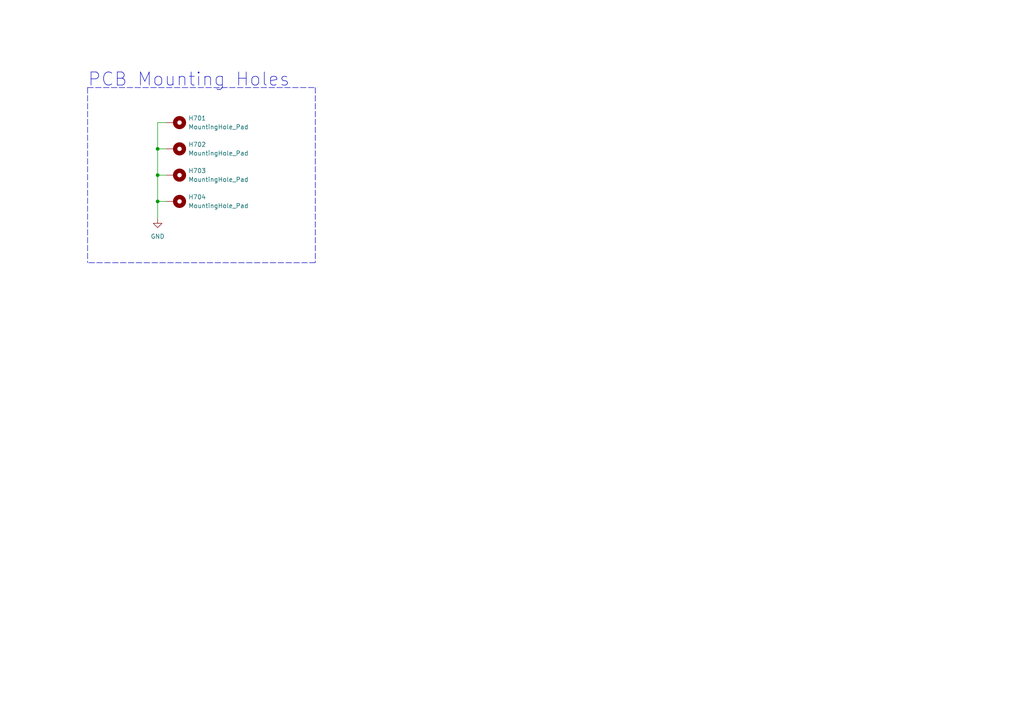
<source format=kicad_sch>
(kicad_sch (version 20211123) (generator eeschema)
  (paper "A4")
  (title_block (title "Mechanical Parts Schematic") (date "2022-09-14") (rev "v1.0.0") (company "Lizard Electronics") (comment 1 "Designed by: Manuel Lagarto"))
  (lib_symbols
    (symbol "Mechanical:MountingHole_Pad" (pin_numbers hide) (pin_names (offset 1.016) hide)
      (property "Reference" "H" (at 0 6.35 0))
      (property "Value" "MountingHole_Pad" (at 0 4.445 0))
      (symbol "MountingHole_Pad_0_1"
        (circle (center 0 1.27) (radius 1.27) (stroke (width 1.27)))
      )
      (symbol "MountingHole_Pad_1_1"
        (pin input line (at 0 -2.54 90) (length 2.54) (name "1") (number "1"))
      )
    )
    (symbol "power:GND" (power) (pin_names (offset 0))
      (property "Value" "GND" (at 0 -3.81 0))
      (symbol "GND_0_1"
        (polyline (pts (xy 0 0) (xy 0 -1.27) (xy 1.27 -1.27) (xy 0 -2.54) (xy -1.27 -1.27) (xy 0 -1.27)))
      )
      (symbol "GND_1_1"
        (pin power_in line (at 0 0 270) (length 0) hide (name "GND") (number "1"))
      )
    )
  )
  (junction (at 45.72 58.42))
  (junction (at 45.72 43.18))
  (junction (at 45.72 50.8))
  (polyline (pts (xy 25.4 25.4) (xy 91.44 25.4)))
  (wire (pts (xy 45.72 43.18) (xy 45.72 35.56)))
  (wire (pts (xy 45.72 50.8) (xy 45.72 43.18)))
  (wire (pts (xy 45.72 35.56) (xy 48.26 35.56)))
  (wire (pts (xy 45.72 43.18) (xy 48.26 43.18)))
  (wire (pts (xy 45.72 63.5) (xy 45.72 58.42)))
  (wire (pts (xy 45.72 50.8) (xy 48.26 50.8)))
  (polyline (pts (xy 91.44 76.2) (xy 25.4 76.2)))
  (polyline (pts (xy 25.4 25.4) (xy 25.4 76.2)))
  (wire (pts (xy 45.72 58.42) (xy 48.26 58.42)))
  (wire (pts (xy 45.72 58.42) (xy 45.72 50.8)))
  (polyline (pts (xy 91.44 25.4) (xy 91.44 76.2)))
  (text "PCB Mounting Holes" (at 25.4 25.4 0) (effects (font (size 3.81 3.81)) (justify left bottom)))
  (symbol (lib_id "Mechanical:MountingHole_Pad") (at 50.8 50.8 270) (unit 1)
    (property "Reference" "H703" (at 54.61 49.5299 90) (effects (justify left)))
    (property "Value" "MountingHole_Pad" (at 54.61 52.0699 90) (effects (justify left)))
    (property "Footprint" "MountingHole:MountingHole_3.2mm_M3_Pad_Via" (effects hide))
  )
  (symbol (lib_id "Mechanical:MountingHole_Pad") (at 50.8 43.18 270) (unit 1)
    (property "Reference" "H702" (at 54.61 41.9099 90) (effects (justify left)))
    (property "Value" "MountingHole_Pad" (at 54.61 44.4499 90) (effects (justify left)))
    (property "Footprint" "MountingHole:MountingHole_3.2mm_M3_Pad_Via" (effects hide))
  )
  (symbol (lib_id "Mechanical:MountingHole_Pad") (at 50.8 58.42 270) (unit 1)
    (property "Reference" "H704" (at 54.61 57.1499 90) (effects (justify left)))
    (property "Value" "MountingHole_Pad" (at 54.61 59.6899 90) (effects (justify left)))
    (property "Footprint" "MountingHole:MountingHole_3.2mm_M3_Pad_Via" (effects hide))
  )
  (symbol (lib_id "power:GND") (at 45.72 63.5 0) (unit 1)
    (property "Reference" "#PWR0701" (effects hide))
    (property "Value" "GND" (at 45.72 68.58 0))
  )
  (symbol (lib_id "Mechanical:MountingHole_Pad") (at 50.8 35.56 270) (unit 1)
    (property "Reference" "H701" (at 54.61 34.2899 90) (effects (justify left)))
    (property "Value" "MountingHole_Pad" (at 54.61 36.8299 90) (effects (justify left)))
    (property "Footprint" "MountingHole:MountingHole_3.2mm_M3_Pad_Via" (effects hide))
  )
)
</source>
